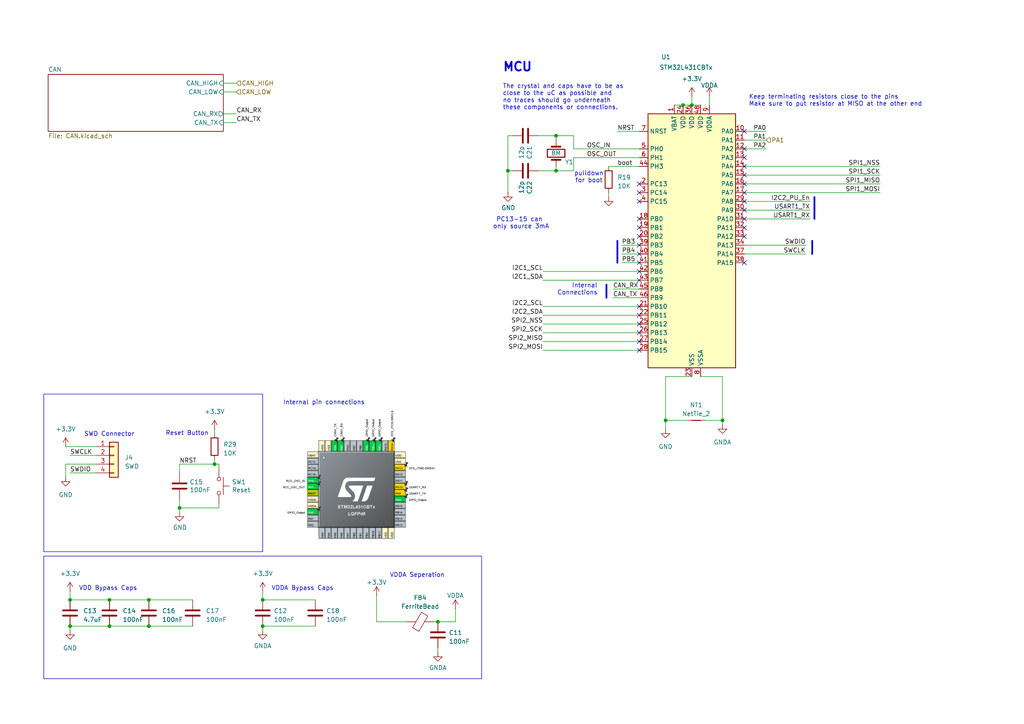
<source format=kicad_sch>
(kicad_sch (version 20250114) (generator "eeschema") (generator_version "9.0")
  (paper "A4")
  (lib_symbols
    (symbol "Connector_Generic:Conn_01x04" (pin_names (offset 1.016) (hide yes))
      (property "Reference" "J" (at 0 5.08 0))
      (property "Value" "Conn_01x04" (at 0 -7.62 0))
      (symbol "Conn_01x04_1_1"
        (rectangle (start -1.27 3.81) (end 1.27 -6.35) (stroke (width 0.254)) (fill (type background)))
        (rectangle (start -1.27 2.667) (end 0 2.413) (stroke (width 0.1524)))
        (rectangle (start -1.27 0.127) (end 0 -0.127) (stroke (width 0.1524)))
        (rectangle (start -1.27 -2.413) (end 0 -2.667) (stroke (width 0.1524)))
        (rectangle (start -1.27 -4.953) (end 0 -5.207) (stroke (width 0.1524)))
        (pin passive line (at -5.08 2.54 0) (length 3.81) (name "Pin_1") (number "1"))
        (pin passive line (at -5.08 0 0) (length 3.81) (name "Pin_2") (number "2"))
        (pin passive line (at -5.08 -2.54 0) (length 3.81) (name "Pin_3") (number "3"))
        (pin passive line (at -5.08 -5.08 0) (length 3.81) (name "Pin_4") (number "4"))
      )
    )
    (symbol "Device:C" (pin_numbers (hide yes)) (pin_names (offset 0.254))
      (property "Reference" "C" (at 0.635 2.54 0))
      (property "Value" "C" (at 0.635 -2.54 0))
      (symbol "C_0_1"
        (polyline (pts (xy -2.032 0.762) (xy 2.032 0.762)) (stroke (width 0.508)))
        (polyline (pts (xy -2.032 -0.762) (xy 2.032 -0.762)) (stroke (width 0.508)))
      )
      (symbol "C_1_1"
        (pin passive line (at 0 3.81 270) (length 2.794) (name "~") (number "1"))
        (pin passive line (at 0 -3.81 90) (length 2.794) (name "~") (number "2"))
      )
    )
    (symbol "Device:Crystal" (pin_numbers (hide yes)) (pin_names (offset 1.016) (hide yes))
      (property "Reference" "Y" (at 0 3.81 0))
      (property "Value" "Crystal" (at 0 -3.81 0))
      (symbol "Crystal_0_1"
        (polyline (pts (xy -2.54 0) (xy -1.905 0)))
        (polyline (pts (xy -1.905 -1.27) (xy -1.905 1.27)) (stroke (width 0.508)))
        (rectangle (start -1.143 2.54) (end 1.143 -2.54) (stroke (width 0.3048)))
        (polyline (pts (xy 1.905 -1.27) (xy 1.905 1.27)) (stroke (width 0.508)))
        (polyline (pts (xy 2.54 0) (xy 1.905 0)))
      )
      (symbol "Crystal_1_1"
        (pin passive line (at -3.81 0 0) (length 1.27) (name "1") (number "1"))
        (pin passive line (at 3.81 0 180) (length 1.27) (name "2") (number "2"))
      )
    )
    (symbol "Device:FerriteBead" (pin_numbers (hide yes)) (pin_names (offset 0))
      (property "Reference" "FB" (at -3.81 0.635 90))
      (property "Value" "FerriteBead" (at 3.81 0 90))
      (symbol "FerriteBead_0_1"
        (polyline (pts (xy -2.7686 0.4064) (xy -1.7018 2.2606) (xy 2.7686 -0.3048) (xy 1.6764 -2.159) (xy -2.7686 0.4064)))
        (polyline (pts (xy 0 1.27) (xy 0 1.2954)))
        (polyline (pts (xy 0 -1.27) (xy 0 -1.2192)))
      )
      (symbol "FerriteBead_1_1"
        (pin passive line (at 0 3.81 270) (length 2.54) (name "~") (number "1"))
        (pin passive line (at 0 -3.81 90) (length 2.54) (name "~") (number "2"))
      )
    )
    (symbol "Device:NetTie_2" (pin_numbers (hide yes)) (pin_names (offset 0) (hide yes)) (in_bom no)
      (property "Reference" "NT" (at 0 1.27 0))
      (property "Value" "NetTie_2" (at 0 -1.27 0))
      (symbol "NetTie_2_0_1"
        (polyline (pts (xy -1.27 0) (xy 1.27 0)) (stroke (width 0.254)))
      )
      (symbol "NetTie_2_1_1"
        (pin passive line (at -2.54 0 0) (length 2.54) (name "1") (number "1"))
        (pin passive line (at 2.54 0 180) (length 2.54) (name "2") (number "2"))
      )
    )
    (symbol "Device:R" (pin_numbers (hide yes)) (pin_names (offset 0))
      (property "Reference" "R" (at 2.032 0 90))
      (property "Value" "R" (at 0 0 90))
      (symbol "R_0_1"
        (rectangle (start -1.016 -2.54) (end 1.016 2.54) (stroke (width 0.254)))
      )
      (symbol "R_1_1"
        (pin passive line (at 0 3.81 270) (length 1.27) (name "~") (number "1"))
        (pin passive line (at 0 -3.81 90) (length 1.27) (name "~") (number "2"))
      )
    )
    (symbol "MCU_ST_STM32L4:STM32L431CBTx"
      (property "Reference" "U" (at -12.7 39.37 0))
      (property "Value" "STM32L431CBTx" (at 7.62 39.37 0))
      (symbol "STM32L431CBTx_0_1"
        (rectangle (start -12.7 -35.56) (end 12.7 38.1) (stroke (width 0.254)) (fill (type background)))
      )
      (symbol "STM32L431CBTx_1_1"
        (pin input line (at -15.24 33.02 0) (length 2.54) (name "NRST") (number "7"))
        (pin bidirectional line (at -15.24 27.94 0) (length 2.54) (name "PH0") (number "5"))
        (pin bidirectional line (at -15.24 25.4 0) (length 2.54) (name "PH1") (number "6"))
        (pin bidirectional line (at -15.24 22.86 0) (length 2.54) (name "PH3") (number "44"))
        (pin bidirectional line (at -15.24 17.78 0) (length 2.54) (name "PC13") (number "2"))
        (pin bidirectional line (at -15.24 15.24 0) (length 2.54) (name "PC14") (number "3"))
        (pin bidirectional line (at -15.24 12.7 0) (length 2.54) (name "PC15") (number "4"))
        (pin bidirectional line (at -15.24 7.62 0) (length 2.54) (name "PB0") (number "18"))
        (pin bidirectional line (at -15.24 5.08 0) (length 2.54) (name "PB1") (number "19"))
        (pin bidirectional line (at -15.24 2.54 0) (length 2.54) (name "PB2") (number "20"))
        (pin bidirectional line (at -15.24 0 0) (length 2.54) (name "PB3") (number "39"))
        (pin bidirectional line (at -15.24 -2.54 0) (length 2.54) (name "PB4") (number "40"))
        (pin bidirectional line (at -15.24 -5.08 0) (length 2.54) (name "PB5") (number "41"))
        (pin bidirectional line (at -15.24 -7.62 0) (length 2.54) (name "PB6") (number "42"))
        (pin bidirectional line (at -15.24 -10.16 0) (length 2.54) (name "PB7") (number "43"))
        (pin bidirectional line (at -15.24 -12.7 0) (length 2.54) (name "PB8") (number "45"))
        (pin bidirectional line (at -15.24 -15.24 0) (length 2.54) (name "PB9") (number "46"))
        (pin bidirectional line (at -15.24 -17.78 0) (length 2.54) (name "PB10") (number "21"))
        (pin bidirectional line (at -15.24 -20.32 0) (length 2.54) (name "PB11") (number "22"))
        (pin bidirectional line (at -15.24 -22.86 0) (length 2.54) (name "PB12") (number "25"))
        (pin bidirectional line (at -15.24 -25.4 0) (length 2.54) (name "PB13") (number "26"))
        (pin bidirectional line (at -15.24 -27.94 0) (length 2.54) (name "PB14") (number "27"))
        (pin bidirectional line (at -15.24 -30.48 0) (length 2.54) (name "PB15") (number "28"))
        (pin power_in line (at -5.08 40.64 270) (length 2.54) (name "VBAT") (number "1"))
        (pin power_in line (at -2.54 40.64 270) (length 2.54) (name "VDD") (number "24"))
        (pin power_in line (at 0 40.64 270) (length 2.54) (name "VDD") (number "36"))
        (pin power_in line (at 0 -38.1 90) (length 2.54) (name "VSS") (number "23"))
        (pin passive line (at 0 -38.1 90) (length 2.54) (hide yes) (name "VSS") (number "35"))
        (pin passive line (at 0 -38.1 90) (length 2.54) (hide yes) (name "VSS") (number "47"))
        (pin power_in line (at 2.54 40.64 270) (length 2.54) (name "VDD") (number "48"))
        (pin power_in line (at 2.54 -38.1 90) (length 2.54) (name "VSSA") (number "8"))
        (pin power_in line (at 5.08 40.64 270) (length 2.54) (name "VDDA") (number "9"))
        (pin bidirectional line (at 15.24 33.02 180) (length 2.54) (name "PA0") (number "10"))
        (pin bidirectional line (at 15.24 30.48 180) (length 2.54) (name "PA1") (number "11"))
        (pin bidirectional line (at 15.24 27.94 180) (length 2.54) (name "PA2") (number "12"))
        (pin bidirectional line (at 15.24 25.4 180) (length 2.54) (name "PA3") (number "13"))
        (pin bidirectional line (at 15.24 22.86 180) (length 2.54) (name "PA4") (number "14"))
        (pin bidirectional line (at 15.24 20.32 180) (length 2.54) (name "PA5") (number "15"))
        (pin bidirectional line (at 15.24 17.78 180) (length 2.54) (name "PA6") (number "16"))
        (pin bidirectional line (at 15.24 15.24 180) (length 2.54) (name "PA7") (number "17"))
        (pin bidirectional line (at 15.24 12.7 180) (length 2.54) (name "PA8") (number "29"))
        (pin bidirectional line (at 15.24 10.16 180) (length 2.54) (name "PA9") (number "30"))
        (pin bidirectional line (at 15.24 7.62 180) (length 2.54) (name "PA10") (number "31"))
        (pin bidirectional line (at 15.24 5.08 180) (length 2.54) (name "PA11") (number "32"))
        (pin bidirectional line (at 15.24 2.54 180) (length 2.54) (name "PA12") (number "33"))
        (pin bidirectional line (at 15.24 0 180) (length 2.54) (name "PA13") (number "34"))
        (pin bidirectional line (at 15.24 -2.54 180) (length 2.54) (name "PA14") (number "37"))
        (pin bidirectional line (at 15.24 -5.08 180) (length 2.54) (name "PA15") (number "38"))
      )
    )
    (symbol "Switch:SW_Push" (pin_numbers (hide yes)) (pin_names (offset 1.016) (hide yes))
      (property "Reference" "SW" (at 1.27 2.54 0))
      (property "Value" "SW_Push" (at 0 -1.524 0))
      (symbol "SW_Push_0_1"
        (circle (center -2.032 0) (radius 0.508))
        (polyline (pts (xy 0 1.27) (xy 0 3.048)))
        (circle (center 2.032 0) (radius 0.508))
        (polyline (pts (xy 2.54 1.27) (xy -2.54 1.27)))
        (pin passive line (at -5.08 0 0) (length 2.54) (name "1") (number "1"))
        (pin passive line (at 5.08 0 180) (length 2.54) (name "2") (number "2"))
      )
    )
    (symbol "power:+3.3V" (power) (pin_numbers (hide yes)) (pin_names (offset 0) (hide yes))
      (property "Value" "+3.3V" (at 0 3.556 0))
      (symbol "+3.3V_0_1"
        (polyline (pts (xy -0.762 1.27) (xy 0 2.54)))
        (polyline (pts (xy 0 2.54) (xy 0.762 1.27)))
        (polyline (pts (xy 0 0) (xy 0 2.54)))
      )
      (symbol "+3.3V_1_1"
        (pin power_in line (at 0 0 90) (length 0) (name "~") (number "1"))
      )
    )
    (symbol "power:GND" (power) (pin_numbers (hide yes)) (pin_names (offset 0) (hide yes))
      (property "Value" "GND" (at 0 -3.81 0))
      (symbol "GND_0_1"
        (polyline (pts (xy 0 0) (xy 0 -1.27) (xy 1.27 -1.27) (xy 0 -2.54) (xy -1.27 -1.27) (xy 0 -1.27)))
      )
      (symbol "GND_1_1"
        (pin power_in line (at 0 0 270) (length 0) (name "~") (number "1"))
      )
    )
    (symbol "power:GNDA" (power) (pin_numbers (hide yes)) (pin_names (offset 0) (hide yes))
      (property "Value" "GNDA" (at 0 -3.81 0))
      (symbol "GNDA_0_1"
        (polyline (pts (xy 0 0) (xy 0 -1.27) (xy 1.27 -1.27) (xy 0 -2.54) (xy -1.27 -1.27) (xy 0 -1.27)))
      )
      (symbol "GNDA_1_1"
        (pin power_in line (at 0 0 270) (length 0) (name "~") (number "1"))
      )
    )
    (symbol "power:VDDA" (power) (pin_numbers (hide yes)) (pin_names (offset 0) (hide yes))
      (property "Value" "VDDA" (at 0 3.556 0))
      (symbol "VDDA_0_1"
        (polyline (pts (xy -0.762 1.27) (xy 0 2.54)))
        (polyline (pts (xy 0 2.54) (xy 0.762 1.27)))
        (polyline (pts (xy 0 0) (xy 0 2.54)))
      )
      (symbol "VDDA_1_1"
        (pin power_in line (at 0 0 90) (length 0) (name "~") (number "1"))
      )
    )
  )
  (rectangle (start 12.7 114.3) (end 76.2 160.02))
  (rectangle (start 12.7 161.29) (end 139.7 196.85))
  (text "pulldown\nfor boot" (at 170.815 51.435 0) (effects (font (size 1.27 1.27))))
  (text "Internal\nConnections\n" (at 173.355 85.725 0) (effects (font (size 1.27 1.27)) (justify right bottom)))
  (text "Internal pin connections" (at 93.98 116.84 0) (effects (font (size 1.27 1.27))))
  (text "PC13-15 can \nonly source 3mA" (at 151.13 64.77 0) (effects (font (size 1.27 1.27))))
  (text "MCU" (at 150.114 19.558 0) (effects (font (size 2.54 2.54) (thickness 0.508) (bold yes))))
  (text "The crystal and caps have to be as \nclose to the uC as possible and\nno traces should go underneath\nthese components or connections." (at 145.796 32.004 0) (effects (font (size 1.27 1.27)) (justify left bottom)))
  (text "SWD Connector" (at 24.384 126.746 0) (effects (font (size 1.27 1.27)) (justify left bottom)))
  (text "Keep terminating resistors close to the pins\nMake sure to put resistor at MISO at the other end" (at 217.17 30.988 0) (effects (font (size 1.27 1.27)) (justify left bottom)))
  (text "Reset Button" (at 48.006 126.492 0) (effects (font (size 1.27 1.27)) (justify left bottom)))
  (text "VDDA Bypass Caps" (at 78.74 171.45 0) (effects (font (size 1.27 1.27)) (justify left bottom)))
  (text "VDD Bypass Caps" (at 22.86 171.45 0) (effects (font (size 1.27 1.27)) (justify left bottom)))
  (text "VDDA Seperation" (at 113.03 167.64 0) (effects (font (size 1.27 1.27)) (justify left bottom)))
  (junction (at 127 180.34))
  (junction (at 161.29 39.37))
  (junction (at 43.18 173.99))
  (junction (at 20.32 181.61))
  (junction (at 76.2 173.99))
  (junction (at 52.07 147.32))
  (junction (at 200.66 30.48))
  (junction (at 209.55 121.92))
  (junction (at 76.2 181.61))
  (junction (at 31.75 173.99))
  (junction (at 147.32 49.53))
  (junction (at 43.18 181.61))
  (junction (at 62.23 134.62))
  (junction (at 20.32 173.99))
  (junction (at 198.12 30.48))
  (junction (at 31.75 181.61))
  (junction (at 193.04 121.92))
  (junction (at 161.29 49.53))
  (no_connect (at 185.42 76.2))
  (no_connect (at 215.9 68.58))
  (no_connect (at 185.42 88.9))
  (no_connect (at 215.9 76.2))
  (no_connect (at 185.42 55.88))
  (no_connect (at 185.42 99.06))
  (no_connect (at 215.9 55.88))
  (no_connect (at 185.42 58.42))
  (no_connect (at 185.42 68.58))
  (no_connect (at 185.42 96.52))
  (no_connect (at 215.9 53.34))
  (no_connect (at 215.9 48.26))
  (no_connect (at 185.42 71.12))
  (no_connect (at 185.42 63.5))
  (no_connect (at 215.9 66.04))
  (no_connect (at 185.42 91.44))
  (no_connect (at 185.42 53.34))
  (no_connect (at 185.42 81.28))
  (no_connect (at 215.9 58.42))
  (no_connect (at 185.42 66.04))
  (no_connect (at 215.9 60.96))
  (no_connect (at 185.42 73.66))
  (no_connect (at 215.9 38.1))
  (no_connect (at 185.42 78.74))
  (no_connect (at 215.9 43.18))
  (no_connect (at 215.9 50.8))
  (no_connect (at 185.42 93.98))
  (no_connect (at 215.9 45.72))
  (no_connect (at 215.9 63.5))
  (no_connect (at 185.42 101.6))
  (wire (pts (xy 176.53 48.26) (xy 185.42 48.26)))
  (wire (pts (xy 19.05 138.43) (xy 19.05 134.62)))
  (wire (pts (xy 209.55 121.92) (xy 209.55 123.19)))
  (wire (pts (xy 215.9 73.66) (xy 233.68 73.66)))
  (wire (pts (xy 43.18 173.99) (xy 55.88 173.99)))
  (wire (pts (xy 157.48 91.44) (xy 185.42 91.44)))
  (wire (pts (xy 180.34 73.66) (xy 185.42 73.66)))
  (wire (pts (xy 166.37 49.53) (xy 166.37 45.72)))
  (wire (pts (xy 161.29 49.53) (xy 166.37 49.53)))
  (wire (pts (xy 161.29 49.53) (xy 156.21 49.53)))
  (wire (pts (xy 177.8 86.36) (xy 185.42 86.36)))
  (wire (pts (xy 215.9 50.8) (xy 255.27 50.8)))
  (wire (pts (xy 215.9 58.42) (xy 234.95 58.42)))
  (wire (pts (xy 62.23 133.35) (xy 62.23 134.62)))
  (wire (pts (xy 127 189.23) (xy 127 187.96)))
  (wire (pts (xy 76.2 181.61) (xy 76.2 182.88)))
  (wire (pts (xy 132.08 180.34) (xy 127 180.34)))
  (wire (pts (xy 161.29 39.37) (xy 161.29 40.64)))
  (wire (pts (xy 63.5 146.05) (xy 63.5 147.32)))
  (wire (pts (xy 166.37 45.72) (xy 185.42 45.72)))
  (wire (pts (xy 215.9 53.34) (xy 255.27 53.34)))
  (wire (pts (xy 166.37 43.18) (xy 166.37 39.37)))
  (wire (pts (xy 76.2 171.45) (xy 76.2 173.99)))
  (wire (pts (xy 20.32 132.08) (xy 27.94 132.08)))
  (wire (pts (xy 200.66 27.94) (xy 200.66 30.48)))
  (wire (pts (xy 19.05 134.62) (xy 27.94 134.62)))
  (wire (pts (xy 234.95 63.5) (xy 215.9 63.5)))
  (wire (pts (xy 193.04 121.92) (xy 193.04 124.46)))
  (wire (pts (xy 52.07 148.59) (xy 52.07 147.32)))
  (wire (pts (xy 176.53 55.88) (xy 176.53 57.15)))
  (wire (pts (xy 193.04 109.22) (xy 200.66 109.22)))
  (wire (pts (xy 62.23 134.62) (xy 63.5 134.62)))
  (wire (pts (xy 203.2 109.22) (xy 209.55 109.22)))
  (wire (pts (xy 205.74 27.94) (xy 205.74 30.48)))
  (wire (pts (xy 43.18 181.61) (xy 55.88 181.61)))
  (wire (pts (xy 20.32 182.88) (xy 20.32 181.61)))
  (wire (pts (xy 157.48 78.74) (xy 185.42 78.74)))
  (wire (pts (xy 20.32 137.16) (xy 27.94 137.16)))
  (wire (pts (xy 166.37 43.18) (xy 185.42 43.18)))
  (wire (pts (xy 64.77 26.67) (xy 68.58 26.67)))
  (wire (pts (xy 157.48 101.6) (xy 185.42 101.6)))
  (wire (pts (xy 157.48 96.52) (xy 185.42 96.52)))
  (wire (pts (xy 63.5 134.62) (xy 63.5 135.89)))
  (wire (pts (xy 31.75 173.99) (xy 43.18 173.99)))
  (wire (pts (xy 147.32 49.53) (xy 147.32 55.88)))
  (wire (pts (xy 64.77 24.13) (xy 68.58 24.13)))
  (wire (pts (xy 76.2 181.61) (xy 91.44 181.61)))
  (wire (pts (xy 195.58 30.48) (xy 198.12 30.48)))
  (wire (pts (xy 157.48 81.28) (xy 185.42 81.28)))
  (wire (pts (xy 177.8 83.82) (xy 185.42 83.82)))
  (wire (pts (xy 109.22 180.34) (xy 118.11 180.34)))
  (polyline (pts (xy 175.895 82.55) (xy 175.895 86.36)) (stroke (width 0.5)))
  (wire (pts (xy 109.22 172.72) (xy 109.22 180.34)))
  (wire (pts (xy 179.07 38.1) (xy 185.42 38.1)))
  (wire (pts (xy 157.48 88.9) (xy 185.42 88.9)))
  (wire (pts (xy 76.2 173.99) (xy 91.44 173.99)))
  (wire (pts (xy 62.23 124.46) (xy 62.23 125.73)))
  (wire (pts (xy 64.77 35.56) (xy 68.58 35.56)))
  (wire (pts (xy 215.9 40.64) (xy 222.25 40.64)))
  (polyline (pts (xy 235.585 69.85) (xy 235.585 73.66)) (stroke (width 0.5)))
  (polyline (pts (xy 236.22 57.15) (xy 236.22 63.5)) (stroke (width 0.5)))
  (polyline (pts (xy 179.07 69.85) (xy 179.07 76.2)) (stroke (width 0.5)))
  (wire (pts (xy 19.05 129.54) (xy 27.94 129.54)))
  (wire (pts (xy 193.04 121.92) (xy 199.39 121.92)))
  (wire (pts (xy 147.32 39.37) (xy 147.32 49.53)))
  (wire (pts (xy 193.04 109.22) (xy 193.04 121.92)))
  (wire (pts (xy 180.34 76.2) (xy 185.42 76.2)))
  (wire (pts (xy 215.9 43.18) (xy 222.25 43.18)))
  (wire (pts (xy 209.55 109.22) (xy 209.55 121.92)))
  (wire (pts (xy 215.9 71.12) (xy 233.68 71.12)))
  (wire (pts (xy 156.21 39.37) (xy 161.29 39.37)))
  (wire (pts (xy 200.66 30.48) (xy 203.2 30.48)))
  (wire (pts (xy 52.07 134.62) (xy 52.07 137.16)))
  (wire (pts (xy 215.9 48.26) (xy 255.27 48.26)))
  (wire (pts (xy 161.29 48.26) (xy 161.29 49.53)))
  (wire (pts (xy 215.9 60.96) (xy 234.95 60.96)))
  (wire (pts (xy 215.9 38.1) (xy 222.25 38.1)))
  (wire (pts (xy 166.37 39.37) (xy 161.29 39.37)))
  (wire (pts (xy 147.32 49.53) (xy 148.59 49.53)))
  (wire (pts (xy 157.48 99.06) (xy 185.42 99.06)))
  (wire (pts (xy 204.47 121.92) (xy 209.55 121.92)))
  (wire (pts (xy 127 180.34) (xy 125.73 180.34)))
  (wire (pts (xy 64.77 33.02) (xy 68.58 33.02)))
  (wire (pts (xy 215.9 55.88) (xy 255.27 55.88)))
  (wire (pts (xy 147.32 39.37) (xy 148.59 39.37)))
  (wire (pts (xy 20.32 173.99) (xy 31.75 173.99)))
  (wire (pts (xy 20.32 171.45) (xy 20.32 173.99)))
  (wire (pts (xy 52.07 147.32) (xy 63.5 147.32)))
  (wire (pts (xy 198.12 30.48) (xy 200.66 30.48)))
  (wire (pts (xy 31.75 181.61) (xy 43.18 181.61)))
  (wire (pts (xy 20.32 181.61) (xy 31.75 181.61)))
  (wire (pts (xy 52.07 134.62) (xy 62.23 134.62)))
  (wire (pts (xy 52.07 144.78) (xy 52.07 147.32)))
  (wire (pts (xy 157.48 93.98) (xy 185.42 93.98)))
  (wire (pts (xy 180.34 71.12) (xy 185.42 71.12)))
  (wire (pts (xy 132.08 176.53) (xy 132.08 180.34)))
  (image (at 104.14 137.795) (scale 0.16165))
  (label "SWDIO" (at 233.68 71.12 180))
  (label "SPI2_MOSI" (at 157.48 101.6 180))
  (label "I2C2_SDA" (at 157.48 91.44 180))
  (label "PA2" (at 222.25 43.18 180))
  (label "PB5" (at 180.34 76.2 0))
  (label "boot" (at 179.07 48.26 0))
  (label "SPI1_MISO" (at 255.27 53.34 180))
  (label "SWCLK" (at 20.32 132.08 0))
  (label "PB3" (at 180.34 71.12 0))
  (label "I2C2_PU_En" (at 234.95 58.42 180))
  (label "NRST" (at 179.07 38.1 0))
  (label "PA0" (at 222.25 38.1 180))
  (label "CAN_TX" (at 177.8 86.36 0))
  (label "I2C1_SCL" (at 157.48 78.74 180))
  (label "I2C1_SDA" (at 157.48 81.28 180))
  (label "CAN_RX" (at 177.8 83.82 0))
  (label "PA1" (at 222.25 40.64 180))
  (label "SPI1_NSS" (at 255.27 48.26 180))
  (label "USART1_RX" (at 234.95 63.5 180))
  (label "NRST" (at 52.07 134.62 0))
  (label "SWCLK" (at 233.68 73.66 180))
  (label "SPI2_MISO" (at 157.48 99.06 180))
  (label "SWDIO" (at 20.32 137.16 0))
  (label "I2C2_SCL" (at 157.48 88.9 180))
  (label "SPI1_MOSI" (at 255.27 55.88 180))
  (label "SPI2_NSS" (at 157.48 93.98 180))
  (label "SPI2_SCK" (at 157.48 96.52 180))
  (label "CAN_RX" (at 68.58 33.02 0))
  (label "OSC_OUT" (at 170.18 45.72 0))
  (label "SPI1_SCK" (at 255.27 50.8 180))
  (label "USART1_TX" (at 234.95 60.96 180))
  (label "OSC_IN" (at 170.18 43.18 0))
  (label "PB4" (at 180.34 73.66 0))
  (label "CAN_TX" (at 68.58 35.56 0))
  (hierarchical_label "CAN_HIGH" (shape input) (at 68.58 24.13 0))
  (hierarchical_label "CAN_LOW" (shape input) (at 68.58 26.67 0))
  (hierarchical_label "PA1" (shape input) (at 222.25 40.64 0))
  (symbol (lib_id "power:GND") (at 176.53 57.15 0) (unit 1)
    (property "Reference" "#PWR038" (effects (hide yes)))
    (property "Value" "GND" (effects (hide yes)))
    (property "Description" "Power symbol creates a global label with name \"GND\" , ground" (effects (hide yes)))
  )
  (symbol (lib_id "Device:C") (at 52.07 140.97 0) (unit 1)
    (property "Reference" "C15" (at 54.991 139.8016 0) (effects (justify left)))
    (property "Value" "100nF" (at 54.991 142.113 0) (effects (justify left)))
    (property "Footprint" "Capacitor_SMD:C_0805_2012Metric" (effects (hide yes)))
    (property "Description" "Unpolarized capacitor" (effects (hide yes)))
    (property "Mouser Part Number" "80-C0805C104M5R" (effects (hide yes)))
    (property "P/N" "C0805C104M5RACTU" (effects (hide yes)))
  )
  (symbol (lib_id "Device:C") (at 127 184.15 0) (unit 1)
    (property "Reference" "C11" (at 130.175 183.515 0) (effects (justify left)))
    (property "Value" "100nF" (at 130.175 186.055 0) (effects (justify left)))
    (property "Footprint" "Capacitor_SMD:C_0805_2012Metric" (effects (hide yes)))
    (property "Description" "Unpolarized capacitor" (effects (hide yes)))
    (property "Mouser Part Number" "80-C0805C104M5R" (effects (hide yes)))
    (property "P/N" "C0805C104M5RACTU" (effects (hide yes)))
  )
  (symbol (lib_id "power:GND") (at 20.32 182.88 0) (unit 1)
    (property "Reference" "#PWR035" (effects (hide yes)))
    (property "Value" "GND" (at 20.32 187.96 0))
    (property "Description" "Power symbol creates a global label with name \"GND\" , ground" (effects (hide yes)))
  )
  (symbol (lib_id "Switch:SW_Push") (at 63.5 140.97 270) (unit 1)
    (property "Reference" "SW1" (at 67.2592 139.8016 90) (effects (justify left)))
    (property "Value" "Reset" (at 67.2592 142.113 90) (effects (justify left)))
    (property "Footprint" "Button_Switch_SMD:SW_SPST_B3SL-1002P" (effects (hide yes)))
    (property "Description" "Push button switch, generic, two pins" (effects (hide yes)))
    (property "P/N" "B3SL-1002P" (effects (hide yes)))
    (property "Mouser Part Number" "653-B3SL-1002P" (effects (hide yes)))
  )
  (symbol (lib_id "Device:C") (at 55.88 177.8 0) (unit 1)
    (property "Reference" "C17" (at 59.69 177.165 0) (effects (justify left)))
    (property "Value" "100nF" (at 59.69 179.705 0) (effects (justify left)))
    (property "Footprint" "Capacitor_SMD:C_0805_2012Metric" (effects (hide yes)))
    (property "Description" "Unpolarized capacitor" (effects (hide yes)))
    (property "Mouser Part Number" "80-C0805C104M5R" (effects (hide yes)))
    (property "P/N" "C0805C104M5RACTU" (effects (hide yes)))
  )
  (symbol (lib_id "power:+3.3V") (at 19.05 129.54 0) (unit 1)
    (property "Reference" "#PWR043" (effects (hide yes)))
    (property "Value" "+3.3V" (at 19.05 124.46 0))
    (property "Description" "Power symbol creates a global label with name \"+3.3V\"" (effects (hide yes)))
  )
  (symbol (lib_id "power:GND") (at 52.07 148.59 0) (unit 1)
    (property "Reference" "#PWR041" (effects (hide yes)))
    (property "Value" "GND" (at 52.197 152.9842 0))
    (property "Description" "Power symbol creates a global label with name \"GND\" , ground" (effects (hide yes)))
  )
  (symbol (lib_id "power:GNDA") (at 209.55 123.19 0) (unit 1)
    (property "Reference" "#PWR033" (effects (hide yes)))
    (property "Value" "GNDA" (at 209.55 128.27 0))
    (property "Description" "Power symbol creates a global label with name \"GNDA\" , analog ground" (effects (hide yes)))
  )
  (symbol (lib_id "power:GNDA") (at 76.2 182.88 0) (unit 1)
    (property "Reference" "#PWR054" (effects (hide yes)))
    (property "Value" "GNDA" (at 76.2 187.325 0))
    (property "Description" "Power symbol creates a global label with name \"GNDA\" , analog ground" (effects (hide yes)))
  )
  (symbol (lib_id "power:GND") (at 19.05 138.43 0) (unit 1)
    (property "Reference" "#PWR044" (effects (hide yes)))
    (property "Value" "GND" (at 19.05 143.51 0))
    (property "Description" "Power symbol creates a global label with name \"GND\" , ground" (effects (hide yes)))
  )
  (symbol (lib_id "Device:FerriteBead") (at 121.92 180.34 90) (unit 1)
    (property "Reference" "FB4" (at 121.8692 173.355 90))
    (property "Value" "FerriteBead" (at 121.8692 175.895 90))
    (property "Footprint" "Inductor_SMD:L_0805_2012Metric" (effects (hide yes)))
    (property "Description" "Ferrite bead" (effects (hide yes)))
    (property "Mouser Part Number" "704-MFBW1V2012-121-R" (effects (hide yes)))
    (property "P/N" "MFBW1V2012-121-R" (effects (hide yes)))
  )
  (symbol (lib_id "power:VDDA") (at 205.74 27.94 0) (unit 1)
    (property "Reference" "#PWR028" (effects (hide yes)))
    (property "Value" "VDDA" (at 205.74 24.765 0))
    (property "Description" "Power symbol creates a global label with name \"VDDA\"" (effects (hide yes)))
  )
  (symbol (lib_id "Device:C") (at 152.4 49.53 270) (unit 1)
    (property "Reference" "C22" (at 153.5684 52.451 0) (effects (justify left)))
    (property "Value" "12p" (at 151.257 52.451 0) (effects (justify left)))
    (property "Footprint" "Capacitor_SMD:C_0805_2012Metric" (effects (hide yes)))
    (property "Description" "Unpolarized capacitor" (effects (hide yes)))
    (property "Mouser Part Number" "80-C0805C120K5HACTU" (effects (hide yes)))
    (property "P/N" "C0805C120K5HACTU" (effects (hide yes)))
  )
  (symbol (lib_id "Device:C") (at 76.2 177.8 0) (unit 1)
    (property "Reference" "C12" (at 79.375 177.165 0) (effects (justify left)))
    (property "Value" "100nF" (at 79.375 179.705 0) (effects (justify left)))
    (property "Footprint" "Capacitor_SMD:C_0805_2012Metric" (effects (hide yes)))
    (property "Description" "Unpolarized capacitor" (effects (hide yes)))
    (property "Mouser Part Number" "80-C0805C104M5R" (effects (hide yes)))
    (property "P/N" "C0805C104M5RACTU" (effects (hide yes)))
  )
  (symbol (lib_id "power:GND") (at 193.04 124.46 0) (unit 1)
    (property "Reference" "#PWR025" (effects (hide yes)))
    (property "Value" "GND" (at 193.04 129.54 0))
    (property "Description" "Power symbol creates a global label with name \"GND\" , ground" (effects (hide yes)))
  )
  (symbol (lib_id "power:VDDA") (at 132.08 176.53 0) (unit 1)
    (property "Reference" "#PWR039" (effects (hide yes)))
    (property "Value" "VDDA" (at 132.08 172.72 0))
    (property "Description" "Power symbol creates a global label with name \"VDDA\"" (effects (hide yes)))
  )
  (symbol (lib_id "Device:C") (at 31.75 177.8 0) (unit 1)
    (property "Reference" "C14" (at 35.56 177.165 0) (effects (justify left)))
    (property "Value" "100nF" (at 35.56 179.705 0) (effects (justify left)))
    (property "Footprint" "Capacitor_SMD:C_0805_2012Metric" (effects (hide yes)))
    (property "Description" "Unpolarized capacitor" (effects (hide yes)))
    (property "Mouser Part Number" "80-C0805C104M5R" (effects (hide yes)))
    (property "P/N" "C0805C104M5RACTU" (effects (hide yes)))
  )
  (symbol (lib_id "power:+3.3V") (at 20.32 171.45 0) (unit 1)
    (property "Reference" "#PWR034" (effects (hide yes)))
    (property "Value" "+3.3V" (at 20.32 166.37 0))
    (property "Description" "Power symbol creates a global label with name \"+3.3V\"" (effects (hide yes)))
  )
  (symbol (lib_id "Connector_Generic:Conn_01x04") (at 33.02 132.08 0) (unit 1)
    (property "Reference" "J4" (at 36.195 132.715 0) (effects (justify left)))
    (property "Value" "SWD" (at 36.195 135.255 0) (effects (justify left)))
    (property "Footprint" "Connector_PinHeader_2.54mm:PinHeader_1x04_P2.54mm_Vertical" (effects (hide yes)))
    (property "Description" "Generic connector, single row, 01x04, script generated (kicad-library-utils/schlib/autogen/connector/)" (effects (hide yes)))
  )
  (symbol (lib_id "Device:R") (at 176.53 52.07 0) (unit 1)
    (property "Reference" "R19" (at 179.07 51.435 0) (effects (justify left)))
    (property "Value" "10K" (at 179.07 53.975 0) (effects (justify left)))
    (property "Footprint" "Resistor_SMD:R_0805_2012Metric" (effects (hide yes)))
    (property "Description" "Resistor" (effects (hide yes)))
    (property "Mouser Part Number" "71-CRCW080510K0FKEAC" (effects (hide yes)))
    (property "P/N" "CRCW080510K0FKEAC" (effects (hide yes)))
  )
  (symbol (lib_id "Device:Crystal") (at 161.29 44.45 270) (unit 1)
    (property "Reference" "Y1" (at 165.1 46.99 90))
    (property "Value" "8M" (at 161.29 44.45 90))
    (property "Footprint" "Crystal:Crystal_SMD_TXC_7A-2Pin_5x3.2mm" (effects (hide yes)))
    (property "Description" "Two pin crystal" (effects (hide yes)))
    (property "P/N" "ABM3-8.000MHZ-D2Y-T" (effects (hide yes)))
    (property "Mouser Part Number" "815-ABM3-8-D2Y-T" (effects (hide yes)))
  )
  (symbol (lib_id "Device:C") (at 91.44 177.8 0) (unit 1)
    (property "Reference" "C18" (at 94.615 177.165 0) (effects (justify left)))
    (property "Value" "100nF" (at 94.615 179.705 0) (effects (justify left)))
    (property "Footprint" "Capacitor_SMD:C_0805_2012Metric" (effects (hide yes)))
    (property "Description" "Unpolarized capacitor" (effects (hide yes)))
    (property "Mouser Part Number" "80-C0805C104M5R" (effects (hide yes)))
    (property "P/N" "C0805C104M5RACTU" (effects (hide yes)))
  )
  (symbol (lib_id "power:+3.3V") (at 109.22 172.72 0) (unit 1)
    (property "Reference" "#PWR036" (effects (hide yes)))
    (property "Value" "+3.3V" (at 109.22 168.91 0))
    (property "Description" "Power symbol creates a global label with name \"+3.3V\"" (effects (hide yes)))
  )
  (symbol (lib_id "Device:C") (at 20.32 177.8 0) (unit 1)
    (property "Reference" "C13" (at 24.13 177.165 0) (effects (justify left)))
    (property "Value" "4.7uF" (at 24.13 179.705 0) (effects (justify left)))
    (property "Footprint" "Capacitor_SMD:C_0805_2012Metric" (effects (hide yes)))
    (property "Description" "Unpolarized capacitor" (effects (hide yes)))
    (property "Mouser Part Number" "81-GRM219R6YA475KA3D" (effects (hide yes)))
    (property "P/N" "GRM219R6YA475KA73D" (effects (hide yes)))
  )
  (symbol (lib_id "Device:R") (at 62.23 129.54 0) (unit 1)
    (property "Reference" "R29" (at 64.77 128.905 0) (effects (justify left)))
    (property "Value" "10K" (at 64.77 131.445 0) (effects (justify left)))
    (property "Footprint" "Resistor_SMD:R_0805_2012Metric" (effects (hide yes)))
    (property "Description" "Resistor" (effects (hide yes)))
    (property "Mouser Part Number" "71-CRCW080510K0FKEAC" (effects (hide yes)))
    (property "P/N" "CRCW080510K0FKEAC" (effects (hide yes)))
  )
  (symbol (lib_id "Device:C") (at 43.18 177.8 0) (unit 1)
    (property "Reference" "C16" (at 46.99 177.165 0) (effects (justify left)))
    (property "Value" "100nF" (at 46.99 179.705 0) (effects (justify left)))
    (property "Footprint" "Capacitor_SMD:C_0805_2012Metric" (effects (hide yes)))
    (property "Description" "Unpolarized capacitor" (effects (hide yes)))
    (property "Mouser Part Number" "80-C0805C104M5R" (effects (hide yes)))
    (property "P/N" "C0805C104M5RACTU" (effects (hide yes)))
  )
  (symbol (lib_id "Device:C") (at 152.4 39.37 270) (unit 1)
    (property "Reference" "C21" (at 153.5684 42.291 0) (effects (justify left)))
    (property "Value" "12p" (at 151.257 42.291 0) (effects (justify left)))
    (property "Footprint" "Capacitor_SMD:C_0805_2012Metric" (effects (hide yes)))
    (property "Description" "Unpolarized capacitor" (effects (hide yes)))
    (property "Mouser Part Number" "80-C0805C120K5HACTU" (effects (hide yes)))
    (property "P/N" "C0805C120K5HACTU" (effects (hide yes)))
  )
  (symbol (lib_id "MCU_ST_STM32L4:STM32L431CBTx") (at 200.66 71.12 0) (unit 1)
    (property "Reference" "U1" (at 191.77 16.51 0) (effects (justify left)))
    (property "Value" "STM32L431CBTx" (at 191.262 19.558 0) (effects (justify left)))
    (property "Footprint" "Package_QFP:LQFP-48_7x7mm_P0.5mm" (effects (hide yes)))
    (property "Datasheet" "https://www.st.com/resource/en/datasheet/stm32l431cb.pdf" (effects (hide yes)))
    (property "Description" "STMicroelectronics Arm Cortex-M4 MCU, 128KB flash, 64KB RAM, 80 MHz, 1.71-3.6V, 38 GPIO, LQFP48" (effects (hide yes)))
    (property "Mouser Part Number" "511-STM32L431CBT6" (effects (hide yes)))
    (property "P/N" "STM32L431CBT6" (effects (hide yes)))
  )
  (symbol (lib_id "power:+3.3V") (at 200.66 27.94 0) (unit 1)
    (property "Reference" "#PWR027" (effects (hide yes)))
    (property "Value" "+3.3V" (at 200.66 22.86 0))
    (property "Description" "Power symbol creates a global label with name \"+3.3V\"" (effects (hide yes)))
  )
  (symbol (lib_id "power:GND") (at 147.32 55.88 0) (unit 1)
    (property "Reference" "#PWR032" (effects (hide yes)))
    (property "Value" "GND" (at 147.447 60.2742 0))
    (property "Description" "Power symbol creates a global label with name \"GND\" , ground" (effects (hide yes)))
  )
  (symbol (lib_id "power:GNDA") (at 127 189.23 0) (unit 1)
    (property "Reference" "#PWR037" (effects (hide yes)))
    (property "Value" "GNDA" (at 127 193.675 0))
    (property "Description" "Power symbol creates a global label with name \"GNDA\" , analog ground" (effects (hide yes)))
  )
  (symbol (lib_id "power:+3.3V") (at 76.2 171.45 0) (unit 1)
    (property "Reference" "#PWR040" (effects (hide yes)))
    (property "Value" "+3.3V" (at 76.2 166.37 0))
    (property "Description" "Power symbol creates a global label with name \"+3.3V\"" (effects (hide yes)))
  )
  (symbol (lib_id "power:+3.3V") (at 62.23 124.46 0) (unit 1)
    (property "Reference" "#PWR042" (effects (hide yes)))
    (property "Value" "+3.3V" (at 62.23 119.38 0))
    (property "Description" "Power symbol creates a global label with name \"+3.3V\"" (effects (hide yes)))
  )
  (symbol (lib_id "Device:NetTie_2") (at 201.93 121.92 0) (unit 1) (in_bom no)
    (property "Reference" "NT1" (at 201.93 117.475 0))
    (property "Value" "NetTie_2" (at 201.93 120.015 0))
    (property "Footprint" "NetTie:NetTie-2_SMD_Pad0.5mm" (effects (hide yes)))
    (property "Description" "Net tie, 2 pins" (effects (hide yes)))
  )
  (sheet (at 13.97 21.59) (size 50.8 16.51) (stroke (width 0.1524))
    (property "Sheetname" "CAN" (at 13.97 20.8784 0) (effects (justify left bottom)))
    (property "Sheetfile" "CAN.kicad_sch" (at 13.97 38.6846 0) (effects (justify left top)))
    (pin "CAN_HIGH" input (at 64.77 24.13 0))
    (pin "CAN_LOW" input (at 64.77 26.67 0))
    (pin "CAN_RX" output (at 64.77 33.02 0))
    (pin "CAN_TX" input (at 64.77 35.56 0))
  )
)
</source>
